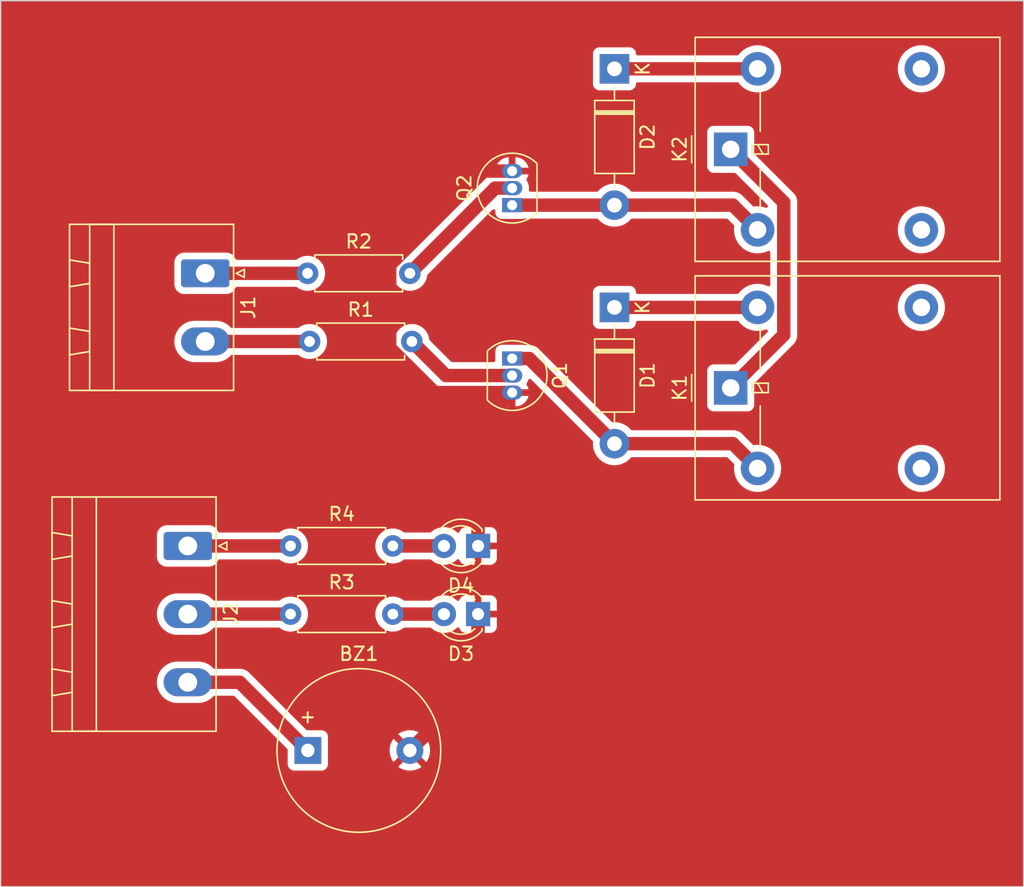
<source format=kicad_pcb>
(kicad_pcb (version 20221018) (generator pcbnew)
  (layers (0 "F.Cu" signal) (31 "B.Cu" signal) (34 "B.Paste" user) (35 "F.Paste" user) (36 "B.SilkS" user "B.Silkscreen") (37 "F.SilkS" user "F.Silkscreen") (38 "B.Mask" user) (39 "F.Mask" user) (44 "Edge.Cuts" user))
  (net 0 "")
  (net 1 "Net-(BZ1--)")
  (net 2 "GND")
  (net 3 "Net-(D1-K)")
  (net 4 "Net-(D1-A)")
  (net 5 "Net-(D2-K)")
  (net 6 "Net-(D2-A)")
  (net 7 "Net-(D3-A)")
  (net 8 "Net-(D4-A)")
  (net 9 "Net-(J1-Pin_1)")
  (net 10 "Net-(J1-Pin_2)")
  (net 11 "Net-(J2-Pin_1)")
  (net 12 "Net-(J2-Pin_2)")
  (net 13 "VCC")
  (net 18 "Net-(Q1-B)")
  (net 19 "Net-(Q2-B)")
  (footprint "Resistor_THT:R_Axial_DIN0207_L6.3mm_D2.5mm_P7.62mm_Horizontal" (layer "F.Cu") (at 81.4275 60.96)
    (fp_text reference "R1" (at 3.81 -2.37) (layer "F.SilkS"))
    (fp_text value "R")
    (fp_line (start 0.54 -1.37) (end 7.08 -1.37) (stroke (width 0.12)) (layer "F.SilkS"))
    (fp_line (start 0.54 -1.04) (end 0.54 -1.37) (stroke (width 0.12)) (layer "F.SilkS"))
    (fp_line (start 0.54 1.04) (end 0.54 1.37) (stroke (width 0.12)) (layer "F.SilkS"))
    (fp_line (start 0.54 1.37) (end 7.08 1.37) (stroke (width 0.12)) (layer "F.SilkS"))
    (fp_line (start 7.08 -1.37) (end 7.08 -1.04) (stroke (width 0.12)) (layer "F.SilkS"))
    (fp_line (start 7.08 1.37) (end 7.08 1.04) (stroke (width 0.12)) (layer "F.SilkS"))
    (pad "1" thru_hole circle (at 0 0) (size 1.6 1.6) (drill 0.8) (layers "*.Cu" "*.Mask") (net 10 "Net-(J1-Pin_2)"))
    (pad "2" thru_hole oval (at 7.62 0) (size 1.6 1.6) (drill 0.8) (layers "*.Cu" "*.Mask") (net 18 "Net-(Q1-B)"))
  )
  (footprint "Resistor_THT:R_Axial_DIN0207_L6.3mm_D2.5mm_P7.62mm_Horizontal" (layer "F.Cu") (at 80.01 76.2)
    (fp_text reference "R4" (at 3.81 -2.37) (layer "F.SilkS"))
    (fp_text value "R")
    (fp_line (start 0.54 -1.37) (end 7.08 -1.37) (stroke (width 0.12)) (layer "F.SilkS"))
    (fp_line (start 0.54 -1.04) (end 0.54 -1.37) (stroke (width 0.12)) (layer "F.SilkS"))
    (fp_line (start 0.54 1.04) (end 0.54 1.37) (stroke (width 0.12)) (layer "F.SilkS"))
    (fp_line (start 0.54 1.37) (end 7.08 1.37) (stroke (width 0.12)) (layer "F.SilkS"))
    (fp_line (start 7.08 -1.37) (end 7.08 -1.04) (stroke (width 0.12)) (layer "F.SilkS"))
    (fp_line (start 7.08 1.37) (end 7.08 1.04) (stroke (width 0.12)) (layer "F.SilkS"))
    (pad "1" thru_hole circle (at 0 0) (size 1.6 1.6) (drill 0.8) (layers "*.Cu" "*.Mask") (net 11 "Net-(J2-Pin_1)"))
    (pad "2" thru_hole oval (at 7.62 0) (size 1.6 1.6) (drill 0.8) (layers "*.Cu" "*.Mask") (net 8 "Net-(D4-A)"))
  )
  (footprint "Resistor_THT:R_Axial_DIN0207_L6.3mm_D2.5mm_P7.62mm_Horizontal" (layer "F.Cu") (at 81.28 55.88)
    (fp_text reference "R2" (at 3.81 -2.37) (layer "F.SilkS"))
    (fp_text value "R")
    (fp_line (start 0.54 -1.37) (end 7.08 -1.37) (stroke (width 0.12)) (layer "F.SilkS"))
    (fp_line (start 0.54 -1.04) (end 0.54 -1.37) (stroke (width 0.12)) (layer "F.SilkS"))
    (fp_line (start 0.54 1.04) (end 0.54 1.37) (stroke (width 0.12)) (layer "F.SilkS"))
    (fp_line (start 0.54 1.37) (end 7.08 1.37) (stroke (width 0.12)) (layer "F.SilkS"))
    (fp_line (start 7.08 -1.37) (end 7.08 -1.04) (stroke (width 0.12)) (layer "F.SilkS"))
    (fp_line (start 7.08 1.37) (end 7.08 1.04) (stroke (width 0.12)) (layer "F.SilkS"))
    (pad "1" thru_hole circle (at 0 0) (size 1.6 1.6) (drill 0.8) (layers "*.Cu" "*.Mask") (net 9 "Net-(J1-Pin_1)"))
    (pad "2" thru_hole oval (at 7.62 0) (size 1.6 1.6) (drill 0.8) (layers "*.Cu" "*.Mask") (net 19 "Net-(Q2-B)"))
  )
  (footprint "Diode_THT:D_DO-41_SOD81_P10.16mm_Horizontal" (layer "F.Cu") (at 104.14 58.42 -90)
    (fp_text reference "D1" (at 5.08 -2.47 90) (layer "F.SilkS"))
    (fp_text value "1N4007" hide)
    (fp_text user "K" (at 0 -2.1 90) (layer "F.SilkS"))
    (fp_line (start 1.34 0) (end 2.36 0) (stroke (width 0.12)) (layer "F.SilkS"))
    (fp_line (start 2.36 -1.47) (end 2.36 1.47) (stroke (width 0.12)) (layer "F.SilkS"))
    (fp_line (start 2.36 1.47) (end 7.8 1.47) (stroke (width 0.12)) (layer "F.SilkS"))
    (fp_line (start 3.14 -1.47) (end 3.14 1.47) (stroke (width 0.12)) (layer "F.SilkS"))
    (fp_line (start 3.26 -1.47) (end 3.26 1.47) (stroke (width 0.12)) (layer "F.SilkS"))
    (fp_line (start 3.38 -1.47) (end 3.38 1.47) (stroke (width 0.12)) (layer "F.SilkS"))
    (fp_line (start 7.8 -1.47) (end 2.36 -1.47) (stroke (width 0.12)) (layer "F.SilkS"))
    (fp_line (start 7.8 1.47) (end 7.8 -1.47) (stroke (width 0.12)) (layer "F.SilkS"))
    (fp_line (start 8.82 0) (end 7.8 0) (stroke (width 0.12)) (layer "F.SilkS"))
    (pad "1" thru_hole rect (at 0 0 270) (size 2.2 2.2) (drill 1.1) (layers "*.Cu" "*.Mask") (net 3 "Net-(D1-K)"))
    (pad "2" thru_hole oval (at 10.16 0 270) (size 2.2 2.2) (drill 1.1) (layers "*.Cu" "*.Mask") (net 4 "Net-(D1-A)"))
  )
  (footprint "Diode_THT:D_DO-41_SOD81_P10.16mm_Horizontal" (layer "F.Cu") (at 104.14 40.64 -90)
    (fp_text reference "D2" (at 5.08 -2.47 90) (layer "F.SilkS"))
    (fp_text value "1N4007")
    (fp_text user "K" (at 0 -2.1 90) (layer "F.SilkS"))
    (fp_line (start 1.34 0) (end 2.36 0) (stroke (width 0.12)) (layer "F.SilkS"))
    (fp_line (start 2.36 -1.47) (end 2.36 1.47) (stroke (width 0.12)) (layer "F.SilkS"))
    (fp_line (start 2.36 1.47) (end 7.8 1.47) (stroke (width 0.12)) (layer "F.SilkS"))
    (fp_line (start 3.14 -1.47) (end 3.14 1.47) (stroke (width 0.12)) (layer "F.SilkS"))
    (fp_line (start 3.26 -1.47) (end 3.26 1.47) (stroke (width 0.12)) (layer "F.SilkS"))
    (fp_line (start 3.38 -1.47) (end 3.38 1.47) (stroke (width 0.12)) (layer "F.SilkS"))
    (fp_line (start 7.8 -1.47) (end 2.36 -1.47) (stroke (width 0.12)) (layer "F.SilkS"))
    (fp_line (start 7.8 1.47) (end 7.8 -1.47) (stroke (width 0.12)) (layer "F.SilkS"))
    (fp_line (start 8.82 0) (end 7.8 0) (stroke (width 0.12)) (layer "F.SilkS"))
    (pad "1" thru_hole rect (at 0 0 270) (size 2.2 2.2) (drill 1.1) (layers "*.Cu" "*.Mask") (net 5 "Net-(D2-K)"))
    (pad "2" thru_hole oval (at 10.16 0 270) (size 2.2 2.2) (drill 1.1) (layers "*.Cu" "*.Mask") (net 6 "Net-(D2-A)"))
  )
  (footprint "LED_THT:LED_D3.0mm_IRBlack" (layer "F.Cu") (at 93.98 76.2 180)
    (fp_text reference "D4" (at 1.27 -2.96) (layer "F.SilkS"))
    (fp_text value "IR204A")
    (fp_line (start -0.29 -1.236) (end -0.29 -1.08) (stroke (width 0.12)) (layer "F.SilkS"))
    (fp_line (start -0.29 1.08) (end -0.29 1.236) (stroke (width 0.12)) (layer "F.SilkS"))
    (fp_arc (start -0.29 -1.235516) (mid 1.366487 -1.987659) (end 2.942335 -1.078608) (stroke (width 0.12)) (layer "F.SilkS"))
    (fp_arc (start 0.229039 -1.08) (mid 1.270117 -1.5) (end 2.31113 -1.079837) (stroke (width 0.12)) (layer "F.SilkS"))
    (fp_arc (start 2.31113 1.079837) (mid 1.270117 1.5) (end 0.229039 1.08) (stroke (width 0.12)) (layer "F.SilkS"))
    (fp_arc (start 2.942335 1.078608) (mid 1.366487 1.987659) (end -0.29 1.235516) (stroke (width 0.12)) (layer "F.SilkS"))
    (pad "1" thru_hole rect (at 0 0 180) (size 1.8 1.8) (drill 0.9) (layers "*.Cu" "*.Mask") (net 2 "GND"))
    (pad "2" thru_hole circle (at 2.54 0 180) (size 1.8 1.8) (drill 0.9) (layers "*.Cu" "*.Mask") (net 8 "Net-(D4-A)"))
  )
  (footprint "Connector_Phoenix_MSTB:PhoenixContact_MSTBA_2,5_3-G-5,08_1x03_P5.08mm_Horizontal" (layer "F.Cu") (at 72.3575 76.2 -90)
    (fp_text reference "J2" (at 5.08 -3.2 90) (layer "F.SilkS"))
    (fp_text value "Screw_Terminal_01x03")
    (fp_line (start -3.65 -2.11) (end -3.65 10.11) (stroke (width 0.12)) (layer "F.SilkS"))
    (fp_line (start -3.65 6.81) (end 13.81 6.81) (stroke (width 0.12)) (layer "F.SilkS"))
    (fp_line (start -3.65 8.61) (end -3.65 6.81) (stroke (width 0.12)) (layer "F.SilkS"))
    (fp_line (start -3.65 10.11) (end 13.81 10.11) (stroke (width 0.12)) (layer "F.SilkS"))
    (fp_line (start -1 10.11) (end 1 10.11) (stroke (width 0.12)) (layer "F.SilkS"))
    (fp_line (start -0.75 8.61) (end -1 10.11) (stroke (width 0.12)) (layer "F.SilkS"))
    (fp_line (start -0.3 -2.91) (end 0.3 -2.91) (stroke (width 0.12)) (layer "F.SilkS"))
    (fp_line (start 0 -2.31) (end -0.3 -2.91) (stroke (width 0.12)) (layer "F.SilkS"))
    (fp_line (start 0.3 -2.91) (end 0 -2.31) (stroke (width 0.12)) (layer "F.SilkS"))
    (fp_line (start 0.75 8.61) (end -0.75 8.61) (stroke (width 0.12)) (layer "F.SilkS"))
    (fp_line (start 1 10.11) (end 0.75 8.61) (stroke (width 0.12)) (layer "F.SilkS"))
    (fp_line (start 4.08 10.11) (end 6.08 10.11) (stroke (width 0.12)) (layer "F.SilkS"))
    (fp_line (start 4.33 8.61) (end 4.08 10.11) (stroke (width 0.12)) (layer "F.SilkS"))
    (fp_line (start 5.83 8.61) (end 4.33 8.61) (stroke (width 0.12)) (layer "F.SilkS"))
    (fp_line (start 6.08 10.11) (end 5.83 8.61) (stroke (width 0.12)) (layer "F.SilkS"))
    (fp_line (start 9.16 10.11) (end 11.16 10.11) (stroke (width 0.12)) (layer "F.SilkS"))
    (fp_line (start 9.41 8.61) (end 9.16 10.11) (stroke (width 0.12)) (layer "F.SilkS"))
    (fp_line (start 10.91 8.61) (end 9.41 8.61) (stroke (width 0.12)) (layer "F.SilkS"))
    (fp_line (start 11.16 10.11) (end 10.91 8.61) (stroke (width 0.12)) (layer "F.SilkS"))
    (fp_line (start 13.81 -2.11) (end -3.65 -2.11) (stroke (width 0.12)) (layer "F.SilkS"))
    (fp_line (start 13.81 6.81) (end 13.81 8.61) (stroke (width 0.12)) (layer "F.SilkS"))
    (fp_line (start 13.81 8.61) (end -3.65 8.61) (stroke (width 0.12)) (layer "F.SilkS"))
    (fp_line (start 13.81 10.11) (end 13.81 -2.11) (stroke (width 0.12)) (layer "F.SilkS"))
    (pad "1" thru_hole roundrect (at 0 0 270) (size 2.08 3.6) (drill 1.4) (layers "*.Cu" "*.Mask") (roundrect_rratio 0.120192) (net 11 "Net-(J2-Pin_1)"))
    (pad "2" thru_hole oval (at 5.08 0 270) (size 2.08 3.6) (drill 1.4) (layers "*.Cu" "*.Mask") (net 12 "Net-(J2-Pin_2)"))
    (pad "3" thru_hole oval (at 10.16 0 270) (size 2.08 3.6) (drill 1.4) (layers "*.Cu" "*.Mask") (net 1 "Net-(BZ1--)"))
  )
  (footprint "Resistor_THT:R_Axial_DIN0207_L6.3mm_D2.5mm_P7.62mm_Horizontal" (layer "F.Cu") (at 80.01 81.28)
    (fp_text reference "R3" (at 3.81 -2.37) (layer "F.SilkS"))
    (fp_text value "R")
    (fp_line (start 0.54 -1.37) (end 7.08 -1.37) (stroke (width 0.12)) (layer "F.SilkS"))
    (fp_line (start 0.54 -1.04) (end 0.54 -1.37) (stroke (width 0.12)) (layer "F.SilkS"))
    (fp_line (start 0.54 1.04) (end 0.54 1.37) (stroke (width 0.12)) (layer "F.SilkS"))
    (fp_line (start 0.54 1.37) (end 7.08 1.37) (stroke (width 0.12)) (layer "F.SilkS"))
    (fp_line (start 7.08 -1.37) (end 7.08 -1.04) (stroke (width 0.12)) (layer "F.SilkS"))
    (fp_line (start 7.08 1.37) (end 7.08 1.04) (stroke (width 0.12)) (layer "F.SilkS"))
    (pad "1" thru_hole circle (at 0 0) (size 1.6 1.6) (drill 0.8) (layers "*.Cu" "*.Mask") (net 12 "Net-(J2-Pin_2)"))
    (pad "2" thru_hole oval (at 7.62 0) (size 1.6 1.6) (drill 0.8) (layers "*.Cu" "*.Mask") (net 7 "Net-(D3-A)"))
  )
  (footprint "Package_TO_SOT_THT:TO-92_Inline" (layer "F.Cu") (at 96.52 50.8 90)
    (fp_text reference "Q2" (at 1.27 -3.56 90) (layer "F.SilkS"))
    (fp_text value "BC547")
    (fp_line (start -0.53 1.85) (end 3.07 1.85) (stroke (width 0.12)) (layer "F.SilkS"))
    (fp_arc (start -0.568478 1.838478) (mid -1.132087 -0.994977) (end 1.27 -2.6) (stroke (width 0.12)) (layer "F.SilkS"))
    (fp_arc (start 1.27 -2.6) (mid 3.672087 -0.994977) (end 3.108478 1.838478) (stroke (width 0.12)) (layer "F.SilkS"))
    (pad "1" thru_hole rect (at 0 0 90) (size 1.05 1.5) (drill 0.75) (layers "*.Cu" "*.Mask") (net 6 "Net-(D2-A)"))
    (pad "2" thru_hole oval (at 1.27 0 90) (size 1.05 1.5) (drill 0.75) (layers "*.Cu" "*.Mask") (net 19 "Net-(Q2-B)"))
    (pad "3" thru_hole oval (at 2.54 0 90) (size 1.05 1.5) (drill 0.75) (layers "*.Cu" "*.Mask") (net 2 "GND"))
  )
  (footprint "Relay_THT:Relay_SPDT_Omron-G5LE-1" (layer "F.Cu") (at 112.8 64.42 90)
    (fp_text reference "K1" (at 0 -3.8 90) (layer "F.SilkS"))
    (fp_text value "G5LE-1")
    (fp_line (start -8.35 -2.65) (end -8.35 20.05) (stroke (width 0.12)) (layer "F.SilkS"))
    (fp_line (start -8.35 20.05) (end 8.35 20.05) (stroke (width 0.12)) (layer "F.SilkS"))
    (fp_line (start -4.5 2.2) (end -1.35 2.2) (stroke (width 0.12)) (layer "F.SilkS"))
    (fp_line (start -1 -2.91) (end 1 -2.91) (stroke (width 0.12)) (layer "F.SilkS"))
    (fp_line (start -0.35 1.6) (end -0.35 2.8) (stroke (width 0.12)) (layer "F.SilkS"))
    (fp_line (start -0.35 2.4) (end 0.35 2) (stroke (width 0.12)) (layer "F.SilkS"))
    (fp_line (start -0.35 2.8) (end 0.35 2.8) (stroke (width 0.12)) (layer "F.SilkS"))
    (fp_line (start 0.35 1.6) (end -0.35 1.6) (stroke (width 0.12)) (layer "F.SilkS"))
    (fp_line (start 0.35 2.8) (end 0.35 1.6) (stroke (width 0.12)) (layer "F.SilkS"))
    (fp_line (start 1.35 2.2) (end 4.5 2.2) (stroke (width 0.12)) (layer "F.SilkS"))
    (fp_line (start 8.35 -2.65) (end -8.35 -2.65) (stroke (width 0.12)) (layer "F.SilkS"))
    (fp_line (start 8.35 20.05) (end 8.35 -2.65) (stroke (width 0.12)) (layer "F.SilkS"))
    (pad "1" thru_hole rect (at 0 0 90) (size 2.5 2.5) (drill 1.3) (layers "*.Cu" "*.Mask") (net 13 "VCC"))
    (pad "2" thru_hole oval (at -6 2 90) (size 2.5 2.5) (drill 1.3) (layers "*.Cu" "*.Mask") (net 4 "Net-(D1-A)"))
    (pad "3" thru_hole oval (at -6 14.2 90) (size 2.5 2.5) (drill 1.3) (layers "*.Cu" "*.Mask"))
    (pad "4" thru_hole oval (at 6 14.2 90) (size 2.5 2.5) (drill 1.3) (layers "*.Cu" "*.Mask"))
    (pad "5" thru_hole oval (at 6 2 90) (size 2.5 2.5) (drill 1.3) (layers "*.Cu" "*.Mask") (net 3 "Net-(D1-K)"))
  )
  (footprint "Connector_Phoenix_MSTB:PhoenixContact_MSTBA_2,5_2-G-5,08_1x02_P5.08mm_Horizontal" (layer "F.Cu") (at 73.66 55.88 -90)
    (fp_text reference "J1" (at 2.54 -3.2 90) (layer "F.SilkS"))
    (fp_text value "Screw_Terminal_01x02")
    (fp_line (start -3.65 -2.11) (end -3.65 10.11) (stroke (width 0.12)) (layer "F.SilkS"))
    (fp_line (start -3.65 6.81) (end 8.73 6.81) (stroke (width 0.12)) (layer "F.SilkS"))
    (fp_line (start -3.65 8.61) (end -3.65 6.81) (stroke (width 0.12)) (layer "F.SilkS"))
    (fp_line (start -3.65 10.11) (end 8.73 10.11) (stroke (width 0.12)) (layer "F.SilkS"))
    (fp_line (start -1 10.11) (end 1 10.11) (stroke (width 0.12)) (layer "F.SilkS"))
    (fp_line (start -0.75 8.61) (end -1 10.11) (stroke (width 0.12)) (layer "F.SilkS"))
    (fp_line (start -0.3 -2.91) (end 0.3 -2.91) (stroke (width 0.12)) (layer "F.SilkS"))
    (fp_line (start 0 -2.31) (end -0.3 -2.91) (stroke (width 0.12)) (layer "F.SilkS"))
    (fp_line (start 0.3 -2.91) (end 0 -2.31) (stroke (width 0.12)) (layer "F.SilkS"))
    (fp_line (start 0.75 8.61) (end -0.75 8.61) (stroke (width 0.12)) (layer "F.SilkS"))
    (fp_line (start 1 10.11) (end 0.75 8.61) (stroke (width 0.12)) (layer "F.SilkS"))
    (fp_line (start 4.08 10.11) (end 6.08 10.11) (stroke (width 0.12)) (layer "F.SilkS"))
    (fp_line (start 4.33 8.61) (end 4.08 10.11) (stroke (width 0.12)) (layer "F.SilkS"))
    (fp_line (start 5.83 8.61) (end 4.33 8.61) (stroke (width 0.12)) (layer "F.SilkS"))
    (fp_line (start 6.08 10.11) (end 5.83 8.61) (stroke (width 0.12)) (layer "F.SilkS"))
    (fp_line (start 8.73 -2.11) (end -3.65 -2.11) (stroke (width 0.12)) (layer "F.SilkS"))
    (fp_line (start 8.73 6.81) (end 8.73 8.61) (stroke (width 0.12)) (layer "F.SilkS"))
    (fp_line (start 8.73 8.61) (end -3.65 8.61) (stroke (width 0.12)) (layer "F.SilkS"))
    (fp_line (start 8.73 10.11) (end 8.73 -2.11) (stroke (width 0.12)) (layer "F.SilkS"))
    (pad "1" thru_hole roundrect (at 0 0 270) (size 2.08 3.6) (drill 1.4) (layers "*.Cu" "*.Mask") (roundrect_rratio 0.120192) (net 9 "Net-(J1-Pin_1)"))
    (pad "2" thru_hole oval (at 5.08 0 270) (size 2.08 3.6) (drill 1.4) (layers "*.Cu" "*.Mask") (net 10 "Net-(J1-Pin_2)"))
  )
  (footprint "Buzzer_Beeper:Buzzer_12x9.5RM7.6" (layer "F.Cu") (at 81.3 91.44)
    (fp_text reference "BZ1" (at 3.8 -7.2) (layer "F.SilkS"))
    (fp_text value "Buzzer")
    (fp_text user "+" (at -0.01 -2.54) (layer "F.SilkS"))
    (fp_circle (center 3.8 0) (end 9.9 0) (stroke (width 0.12)) (fill none) (layer "F.SilkS"))
    (pad "1" thru_hole rect (at 0 0) (size 2 2) (drill 1) (layers "*.Cu" "*.Mask") (net 1 "Net-(BZ1--)"))
    (pad "2" thru_hole circle (at 7.6 0) (size 2 2) (drill 1) (layers "*.Cu" "*.Mask") (net 2 "GND"))
  )
  (footprint "Relay_THT:Relay_SPDT_Omron-G5LE-1" (layer "F.Cu") (at 112.8 46.64 90)
    (fp_text reference "K2" (at 0 -3.8 90) (layer "F.SilkS"))
    (fp_text value "G5LE-1")
    (fp_line (start -8.35 -2.65) (end -8.35 20.05) (stroke (width 0.12)) (layer "F.SilkS"))
    (fp_line (start -8.35 20.05) (end 8.35 20.05) (stroke (width 0.12)) (layer "F.SilkS"))
    (fp_line (start -4.5 2.2) (end -1.35 2.2) (stroke (width 0.12)) (layer "F.SilkS"))
    (fp_line (start -1 -2.91) (end 1 -2.91) (stroke (width 0.12)) (layer "F.SilkS"))
    (fp_line (start -0.35 1.6) (end -0.35 2.8) (stroke (width 0.12)) (layer "F.SilkS"))
    (fp_line (start -0.35 2.4) (end 0.35 2) (stroke (width 0.12)) (layer "F.SilkS"))
    (fp_line (start -0.35 2.8) (end 0.35 2.8) (stroke (width 0.12)) (layer "F.SilkS"))
    (fp_line (start 0.35 1.6) (end -0.35 1.6) (stroke (width 0.12)) (layer "F.SilkS"))
    (fp_line (start 0.35 2.8) (end 0.35 1.6) (stroke (width 0.12)) (layer "F.SilkS"))
    (fp_line (start 1.35 2.2) (end 4.5 2.2) (stroke (width 0.12)) (layer "F.SilkS"))
    (fp_line (start 8.35 -2.65) (end -8.35 -2.65) (stroke (width 0.12)) (layer "F.SilkS"))
    (fp_line (start 8.35 20.05) (end 8.35 -2.65) (stroke (width 0.12)) (layer "F.SilkS"))
    (pad "1" thru_hole rect (at 0 0 90) (size 2.5 2.5) (drill 1.3) (layers "*.Cu" "*.Mask") (net 13 "VCC"))
    (pad "2" thru_hole oval (at -6 2 90) (size 2.5 2.5) (drill 1.3) (layers "*.Cu" "*.Mask") (net 6 "Net-(D2-A)"))
    (pad "3" thru_hole oval (at -6 14.2 90) (size 2.5 2.5) (drill 1.3) (layers "*.Cu" "*.Mask"))
    (pad "4" thru_hole oval (at 6 14.2 90) (size 2.5 2.5) (drill 1.3) (layers "*.Cu" "*.Mask"))
    (pad "5" thru_hole oval (at 6 2 90) (size 2.5 2.5) (drill 1.3) (layers "*.Cu" "*.Mask") (net 5 "Net-(D2-K)"))
  )
  (footprint "LED_THT:LED_D3.0mm_IRBlack" (layer "F.Cu") (at 93.98 81.28 180)
    (fp_text reference "D3" (at 1.27 -2.96) (layer "F.SilkS"))
    (fp_text value "IR204A")
    (fp_line (start -0.29 -1.236) (end -0.29 -1.08) (stroke (width 0.12)) (layer "F.SilkS"))
    (fp_line (start -0.29 1.08) (end -0.29 1.236) (stroke (width 0.12)) (layer "F.SilkS"))
    (fp_arc (start -0.29 -1.235516) (mid 1.366487 -1.987659) (end 2.942335 -1.078608) (stroke (width 0.12)) (layer "F.SilkS"))
    (fp_arc (start 0.229039 -1.08) (mid 1.270117 -1.5) (end 2.31113 -1.079837) (stroke (width 0.12)) (layer "F.SilkS"))
    (fp_arc (start 2.31113 1.079837) (mid 1.270117 1.5) (end 0.229039 1.08) (stroke (width 0.12)) (layer "F.SilkS"))
    (fp_arc (start 2.942335 1.078608) (mid 1.366487 1.987659) (end -0.29 1.235516) (stroke (width 0.12)) (layer "F.SilkS"))
    (pad "1" thru_hole rect (at 0 0 180) (size 1.8 1.8) (drill 0.9) (layers "*.Cu" "*.Mask") (net 2 "GND"))
    (pad "2" thru_hole circle (at 2.54 0 180) (size 1.8 1.8) (drill 0.9) (layers "*.Cu" "*.Mask") (net 7 "Net-(D3-A)"))
  )
  (footprint "Package_TO_SOT_THT:TO-92_Inline" (layer "F.Cu") (at 96.52 62.23 -90)
    (fp_text reference "Q1" (at 1.27 -3.56 90) (layer "F.SilkS"))
    (fp_text value "BC547")
    (fp_line (start -0.53 1.85) (end 3.07 1.85) (stroke (width 0.12)) (layer "F.SilkS"))
    (fp_arc (start -0.568478 1.838478) (mid -1.132087 -0.994977) (end 1.27 -2.6) (stroke (width 0.12)) (layer "F.SilkS"))
    (fp_arc (start 1.27 -2.6) (mid 3.672087 -0.994977) (end 3.108478 1.838478) (stroke (width 0.12)) (layer "F.SilkS"))
    (pad "1" thru_hole rect (at 0 0 270) (size 1.05 1.5) (drill 0.75) (layers "*.Cu" "*.Mask") (net 4 "Net-(D1-A)"))
    (pad "2" thru_hole oval (at 1.27 0 270) (size 1.05 1.5) (drill 0.75) (layers "*.Cu" "*.Mask") (net 18 "Net-(Q1-B)"))
    (pad "3" thru_hole oval (at 2.54 0 270) (size 1.05 1.5) (drill 0.75) (layers "*.Cu" "*.Mask") (net 2 "GND"))
  )
  (gr_rect (start 58.42 35.56) (end 134.62 101.6) (stroke (width 0.1)) (fill none) (layer "Edge.Cuts"))
  (segment (start 72.3575 86.36) (end 76.22 86.36) (width 1) (layer "F.Cu") (net 1))
  (segment (start 76.22 86.36) (end 81.3 91.44) (width 1) (layer "F.Cu") (net 1))
  (segment (start 88.9 91.44) (end 93.98 86.36) (width 1) (layer "F.Cu") (net 2))
  (segment (start 96.52 64.77) (end 90.736179 64.77) (width 1) (layer "F.Cu") (net 2))
  (segment (start 87.4 55.258679) (end 94.398679 48.26) (width 1) (layer "F.Cu") (net 2))
  (segment (start 87.4 61.433821) (end 87.4 55.258679) (width 1) (layer "F.Cu") (net 2))
  (segment (start 93.98 76.2) (end 93.98 67.31) (width 1) (layer "F.Cu") (net 2))
  (segment (start 93.98 86.36) (end 93.98 81.28) (width 1) (layer "F.Cu") (net 2))
  (segment (start 93.98 67.31) (end 96.52 64.77) (width 1) (layer "F.Cu") (net 2))
  (segment (start 94.398679 48.26) (end 96.52 48.26) (width 1) (layer "F.Cu") (net 2))
  (segment (start 90.736179 64.77) (end 87.4 61.433821) (width 1) (layer "F.Cu") (net 2))
  (segment (start 114.8 58.42) (end 104.14 58.42) (width 1) (layer "F.Cu") (net 3))
  (segment (start 96.52 62.23) (end 97.79 62.23) (width 1) (layer "F.Cu") (net 4))
  (segment (start 112.96 68.58) (end 114.8 70.42) (width 1) (layer "F.Cu") (net 4))
  (segment (start 104.14 68.58) (end 112.96 68.58) (width 1) (layer "F.Cu") (net 4))
  (segment (start 97.79 62.23) (end 104.14 68.58) (width 1) (layer "F.Cu") (net 4))
  (segment (start 104.14 40.64) (end 114.8 40.64) (width 1) (layer "F.Cu") (net 5))
  (segment (start 96.52 50.8) (end 104.14 50.8) (width 1) (layer "F.Cu") (net 6))
  (segment (start 104.14 50.8) (end 112.96 50.8) (width 1) (layer "F.Cu") (net 6))
  (segment (start 112.96 50.8) (end 114.8 52.64) (width 1) (layer "F.Cu") (net 6))
  (segment (start 87.63 81.28) (end 91.44 81.28) (width 1) (layer "F.Cu") (net 7))
  (segment (start 87.63 76.2) (end 91.44 76.2) (width 1) (layer "F.Cu") (net 8))
  (segment (start 81.28 55.88) (end 73.66 55.88) (width 1) (layer "F.Cu") (net 9))
  (segment (start 73.66 60.96) (end 81.4275 60.96) (width 1) (layer "F.Cu") (net 10))
  (segment (start 72.3575 76.2) (end 80.01 76.2) (width 1) (layer "F.Cu") (net 11))
  (segment (start 72.3575 81.28) (end 80.01 81.28) (width 1) (layer "F.Cu") (net 12))
  (segment (start 112.8 64.42) (end 116.75 60.47) (width 1) (layer "F.Cu") (net 13))
  (segment (start 116.75 50.59) (end 112.8 46.64) (width 1) (layer "F.Cu") (net 13))
  (segment (start 116.75 60.47) (end 116.75 50.59) (width 1) (layer "F.Cu") (net 13))
  (segment (start 89.0475 60.96) (end 91.5875 63.5) (width 1) (layer "F.Cu") (net 18))
  (segment (start 91.5875 63.5) (end 96.52 63.5) (width 1) (layer "F.Cu") (net 18))
  (segment (start 95.25 49.53) (end 96.52 49.53) (width 1) (layer "F.Cu") (net 19))
  (segment (start 88.9 55.88) (end 95.25 49.53) (width 1) (layer "F.Cu") (net 19))
  (zone (net 2) (net_name "GND") (layer "F.Cu") (connect_pads (clearance 0.5)) (min_thickness 0.25) (fill yes (thermal_gap 0.5) (thermal_bridge_width 0.5))
    (polygon (pts (xy 58.42 35.56) (xy 134.62 35.56) (xy 134.62 101.6) (xy 58.42 101.6)))
  )
)
</source>
